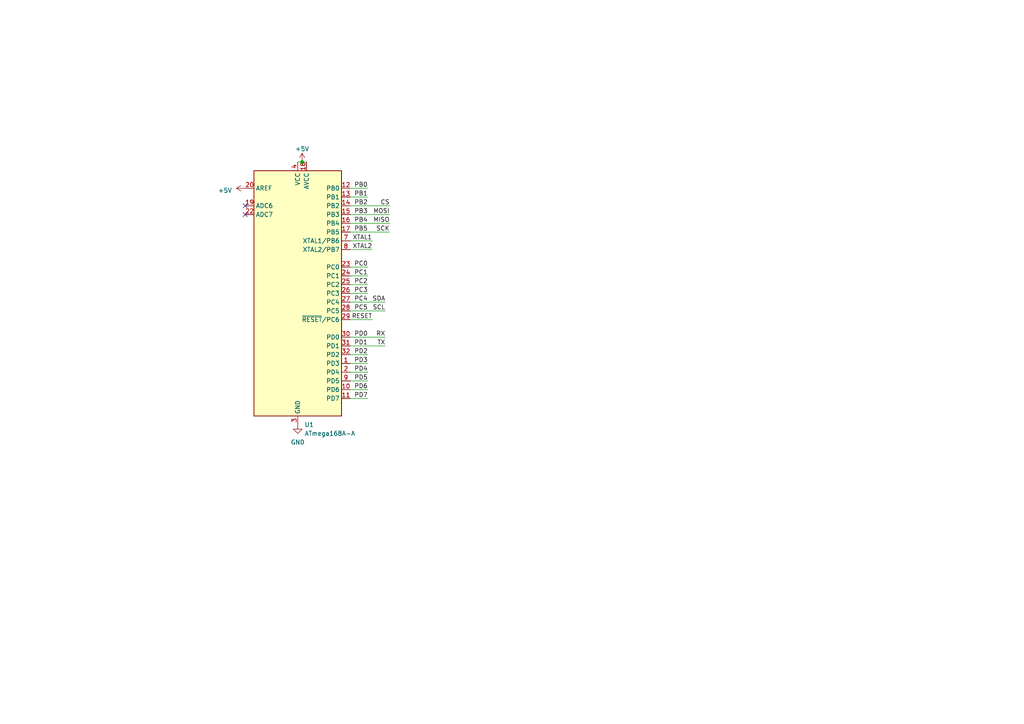
<source format=kicad_sch>
(kicad_sch (version 20230121) (generator eeschema)
  (paper "A4")
  (lib_symbols
    (symbol "MCU_Microchip_ATmega:ATmega168A-A"
      (property "Reference" "U" (at -12.7 36.83 0))
      (property "Value" "ATmega168A-A" (at 2.54 -36.83 0))
      (symbol "ATmega168A-A_0_1"
        (rectangle (start -12.7 -35.56) (end 12.7 35.56) (stroke (width 0.254)) (fill (type background)))
      )
      (symbol "ATmega168A-A_1_1"
        (pin bidirectional line (at 15.24 -20.32 180) (length 2.54) (name "PD3") (number "1"))
        (pin bidirectional line (at 15.24 -27.94 180) (length 2.54) (name "PD6") (number "10"))
        (pin bidirectional line (at 15.24 -30.48 180) (length 2.54) (name "PD7") (number "11"))
        (pin bidirectional line (at 15.24 30.48 180) (length 2.54) (name "PB0") (number "12"))
        (pin bidirectional line (at 15.24 27.94 180) (length 2.54) (name "PB1") (number "13"))
        (pin bidirectional line (at 15.24 25.4 180) (length 2.54) (name "PB2") (number "14"))
        (pin bidirectional line (at 15.24 22.86 180) (length 2.54) (name "PB3") (number "15"))
        (pin bidirectional line (at 15.24 20.32 180) (length 2.54) (name "PB4") (number "16"))
        (pin bidirectional line (at 15.24 17.78 180) (length 2.54) (name "PB5") (number "17"))
        (pin power_in line (at 2.54 38.1 270) (length 2.54) (name "AVCC") (number "18"))
        (pin input line (at -15.24 25.4 0) (length 2.54) (name "ADC6") (number "19"))
        (pin bidirectional line (at 15.24 -22.86 180) (length 2.54) (name "PD4") (number "2"))
        (pin passive line (at -15.24 30.48 0) (length 2.54) (name "AREF") (number "20"))
        (pin passive line (at 0 -38.1 90) (length 2.54) hide (name "GND") (number "21"))
        (pin input line (at -15.24 22.86 0) (length 2.54) (name "ADC7") (number "22"))
        (pin bidirectional line (at 15.24 7.62 180) (length 2.54) (name "PC0") (number "23"))
        (pin bidirectional line (at 15.24 5.08 180) (length 2.54) (name "PC1") (number "24"))
        (pin bidirectional line (at 15.24 2.54 180) (length 2.54) (name "PC2") (number "25"))
        (pin bidirectional line (at 15.24 0 180) (length 2.54) (name "PC3") (number "26"))
        (pin bidirectional line (at 15.24 -2.54 180) (length 2.54) (name "PC4") (number "27"))
        (pin bidirectional line (at 15.24 -5.08 180) (length 2.54) (name "PC5") (number "28"))
        (pin bidirectional line (at 15.24 -7.62 180) (length 2.54) (name "~{RESET}/PC6") (number "29"))
        (pin power_in line (at 0 -38.1 90) (length 2.54) (name "GND") (number "3"))
        (pin bidirectional line (at 15.24 -12.7 180) (length 2.54) (name "PD0") (number "30"))
        (pin bidirectional line (at 15.24 -15.24 180) (length 2.54) (name "PD1") (number "31"))
        (pin bidirectional line (at 15.24 -17.78 180) (length 2.54) (name "PD2") (number "32"))
        (pin power_in line (at 0 38.1 270) (length 2.54) (name "VCC") (number "4"))
        (pin passive line (at 0 -38.1 90) (length 2.54) hide (name "GND") (number "5"))
        (pin passive line (at 0 38.1 270) (length 2.54) hide (name "VCC") (number "6"))
        (pin bidirectional line (at 15.24 15.24 180) (length 2.54) (name "XTAL1/PB6") (number "7"))
        (pin bidirectional line (at 15.24 12.7 180) (length 2.54) (name "XTAL2/PB7") (number "8"))
        (pin bidirectional line (at 15.24 -25.4 180) (length 2.54) (name "PD5") (number "9"))
      )
    )
    (symbol "power:+5V" (power) (pin_names (offset 0))
      (property "Value" "+5V" (at 0 3.556 0))
      (symbol "+5V_0_1"
        (polyline (pts (xy -0.762 1.27) (xy 0 2.54)))
        (polyline (pts (xy 0 0) (xy 0 2.54)))
        (polyline (pts (xy 0 2.54) (xy 0.762 1.27)))
      )
      (symbol "+5V_1_1"
        (pin power_in line (at 0 0 90) (length 0) hide (name "+5V") (number "1"))
      )
    )
    (symbol "power:GND" (power) (pin_names (offset 0))
      (property "Value" "GND" (at 0 -3.81 0))
      (symbol "GND_0_1"
        (polyline (pts (xy 0 0) (xy 0 -1.27) (xy 1.27 -1.27) (xy 0 -2.54) (xy -1.27 -1.27) (xy 0 -1.27)))
      )
      (symbol "GND_1_1"
        (pin power_in line (at 0 0 270) (length 0) hide (name "GND") (number "1"))
      )
    )
  )
  (junction (at 87.63 46.99))
  (no_connect (at 71.12 62.23))
  (no_connect (at 71.12 59.69))
  (wire (pts (xy 101.6 110.49) (xy 106.68 110.49)))
  (wire (pts (xy 101.6 54.61) (xy 106.68 54.61)))
  (wire (pts (xy 101.6 69.85) (xy 107.95 69.85)))
  (wire (pts (xy 101.6 113.03) (xy 106.68 113.03)))
  (wire (pts (xy 101.6 64.77) (xy 113.03 64.77)))
  (wire (pts (xy 101.6 92.71) (xy 107.95 92.71)))
  (wire (pts (xy 101.6 90.17) (xy 111.76 90.17)))
  (wire (pts (xy 101.6 57.15) (xy 106.68 57.15)))
  (wire (pts (xy 101.6 59.69) (xy 113.03 59.69)))
  (wire (pts (xy 101.6 107.95) (xy 106.68 107.95)))
  (wire (pts (xy 101.6 77.47) (xy 106.68 77.47)))
  (wire (pts (xy 101.6 100.33) (xy 111.76 100.33)))
  (wire (pts (xy 101.6 72.39) (xy 107.95 72.39)))
  (wire (pts (xy 101.6 82.55) (xy 106.68 82.55)))
  (wire (pts (xy 101.6 80.01) (xy 106.68 80.01)))
  (wire (pts (xy 101.6 85.09) (xy 106.68 85.09)))
  (wire (pts (xy 101.6 87.63) (xy 111.76 87.63)))
  (wire (pts (xy 101.6 102.87) (xy 106.68 102.87)))
  (wire (pts (xy 101.6 105.41) (xy 106.68 105.41)))
  (wire (pts (xy 101.6 67.31) (xy 113.03 67.31)))
  (wire (pts (xy 101.6 62.23) (xy 113.03 62.23)))
  (wire (pts (xy 87.63 46.99) (xy 88.9 46.99)))
  (wire (pts (xy 86.36 46.99) (xy 87.63 46.99)))
  (wire (pts (xy 101.6 97.79) (xy 111.76 97.79)))
  (wire (pts (xy 101.6 115.57) (xy 106.68 115.57)))
  (label "PB3" (at 106.68 62.23 180))
  (label "PD0" (at 106.68 97.79 180))
  (label "SCK" (at 113.03 67.31 180))
  (label "PC2" (at 106.68 82.55 180))
  (label "PD4" (at 106.68 107.95 180))
  (label "PD7" (at 106.68 115.57 180))
  (label "PC3" (at 106.68 85.09 180))
  (label "RESET" (at 107.95 92.71 180))
  (label "RX" (at 111.76 97.79 180))
  (label "PB4" (at 106.68 64.77 180))
  (label "MOSI" (at 113.03 62.23 180))
  (label "SDA" (at 111.76 87.63 180))
  (label "PC1" (at 106.68 80.01 180))
  (label "MISO" (at 113.03 64.77 180))
  (label "PB5" (at 106.68 67.31 180))
  (label "PC4" (at 106.68 87.63 180))
  (label "PD3" (at 106.68 105.41 180))
  (label "XTAL2" (at 107.95 72.39 180))
  (label "PD2" (at 106.68 102.87 180))
  (label "PB2" (at 106.68 59.69 180))
  (label "PD6" (at 106.68 113.03 180))
  (label "PB0" (at 106.68 54.61 180))
  (label "CS" (at 113.03 59.69 180))
  (label "PB1" (at 106.68 57.15 180))
  (label "PD5" (at 106.68 110.49 180))
  (label "PD1" (at 106.68 100.33 180))
  (label "XTAL1" (at 107.95 69.85 180))
  (label "PC5" (at 106.68 90.17 180))
  (label "SCL" (at 111.76 90.17 180))
  (label "TX" (at 111.76 100.33 180))
  (label "PC0" (at 106.68 77.47 180))
  (symbol (lib_id "power:+5V") (at 87.63 46.99 0) (unit 1)
    (property "Reference" "#PWR03" (effects hide))
    (property "Value" "+5V" (at 87.63 43.18 0))
  )
  (symbol (lib_id "power:GND") (at 86.36 123.19 0) (unit 1)
    (property "Reference" "#PWR02" (effects hide))
    (property "Value" "GND" (at 86.36 128.27 0))
  )
  (symbol (lib_id "power:+5V") (at 71.12 54.61 90) (unit 1)
    (property "Reference" "#PWR01" (effects hide))
    (property "Value" "+5V" (at 67.31 55.245 90) (effects (justify left)))
  )
  (symbol (lib_id "MCU_Microchip_ATmega:ATmega168A-A") (at 86.36 85.09 0) (unit 1)
    (property "Reference" "U1" (at 88.3159 123.19 0) (effects (justify left)))
    (property "Value" "ATmega168A-A" (at 88.3159 125.73 0) (effects (justify left)))
    (property "Footprint" "Package_QFP:TQFP-32_7x7mm_P0.8mm" (effects hide))
    (property "Datasheet" "http://ww1.microchip.com/downloads/en/DeviceDoc/ATmega48A_88A_168A-Data-Sheet-40002007A.pdf" (effects hide))
  )
)
</source>
